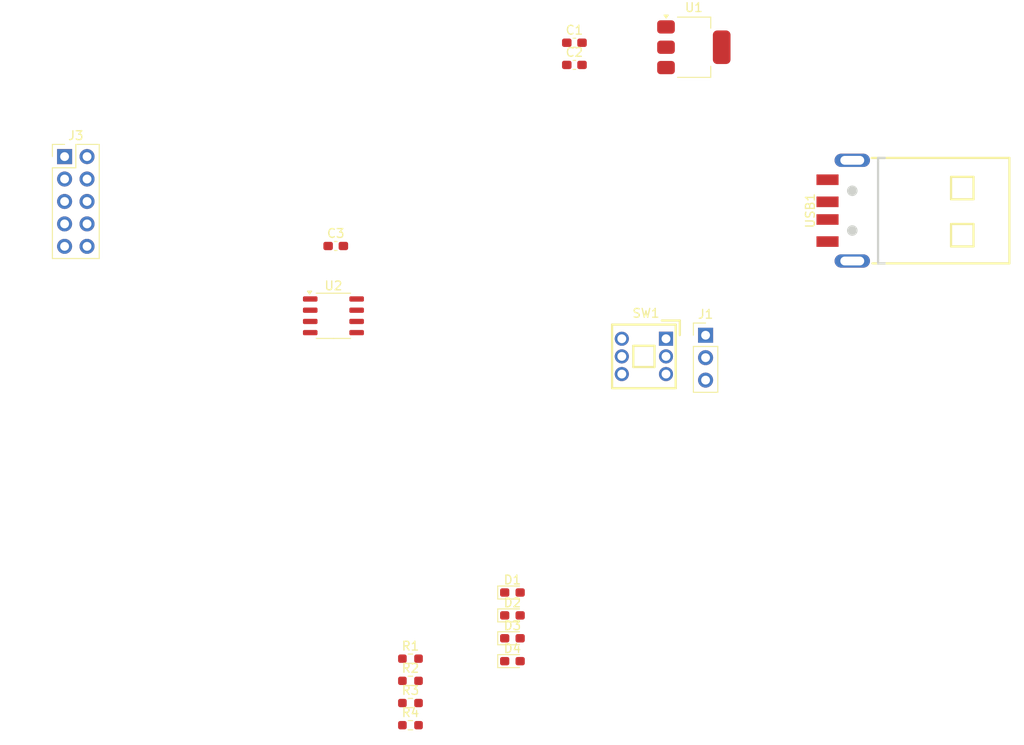
<source format=kicad_pcb>
(kicad_pcb (version 20241229) (generator "pcbnew") (generator_version "9.0")
  (layers (0 "F.Cu" signal) (2 "B.Cu" signal) (13 "F.Paste" user) (15 "B.Paste" user) (5 "F.SilkS" user "F.Silkscreen") (7 "B.SilkS" user "B.Silkscreen") (1 "F.Mask" user) (3 "B.Mask" user) (25 "Edge.Cuts" user))
  (net 0 "")
  (net 1 "GND")
  (net 2 "VBUS")
  (net 3 "/3.3V")
  (net 4 "Net-(U2-V3)")
  (net 5 "Net-(D1-A)")
  (net 6 "Net-(D2-A)")
  (net 7 "Net-(D3-A)")
  (net 8 "Net-(D4-A)")
  (net 9 "/SW_PWR")
  (net 10 "/UART_RX")
  (net 11 "/IO_CTRL")
  (net 12 "/UART_TX")
  (net 13 "/USB_D-")
  (net 15 "/USB_D+")
  (footprint "Diode_SMD:D_0603_1608Metric_Pad1.05x0.95mm_HandSolder" (layer "F.Cu") (at 153.625 149)
    (property "Reference" "D4" (at 0 -1.43 0) (layer "F.SilkS"))
    (property "Value" "GREEN")
    (fp_line (start -1.66 -0.735) (end -1.66 0.735) (stroke (width 0.12)) (layer "F.SilkS"))
    (fp_line (start -1.66 0.735) (end 0.8 0.735) (stroke (width 0.12)) (layer "F.SilkS"))
    (fp_line (start 0.8 -0.735) (end -1.66 -0.735) (stroke (width 0.12)) (layer "F.SilkS"))
    (pad "1" smd roundrect (at -0.875 0) (size 1.05 0.95) (layers "F.Cu" "F.Mask" "F.Paste") (net 1 "GND"))
    (pad "2" smd roundrect (at 0.875 0) (size 1.05 0.95) (layers "F.Cu" "F.Mask" "F.Paste") (net 8 "Net-(D4-A)"))
  )
  (footprint "Diode_SMD:D_0603_1608Metric_Pad1.05x0.95mm_HandSolder" (layer "F.Cu") (at 153.625 146.41)
    (property "Reference" "D3" (at 0 -1.43 0) (layer "F.SilkS"))
    (property "Value" "GREEN")
    (fp_line (start -1.66 -0.735) (end -1.66 0.735) (stroke (width 0.12)) (layer "F.SilkS"))
    (fp_line (start -1.66 0.735) (end 0.8 0.735) (stroke (width 0.12)) (layer "F.SilkS"))
    (fp_line (start 0.8 -0.735) (end -1.66 -0.735) (stroke (width 0.12)) (layer "F.SilkS"))
    (pad "1" smd roundrect (at -0.875 0) (size 1.05 0.95) (layers "F.Cu" "F.Mask" "F.Paste") (net 1 "GND"))
    (pad "2" smd roundrect (at 0.875 0) (size 1.05 0.95) (layers "F.Cu" "F.Mask" "F.Paste") (net 7 "Net-(D3-A)"))
  )
  (footprint "Capacitor_SMD:C_0603_1608Metric_Pad1.08x0.95mm_HandSolder" (layer "F.Cu") (at 133.6375 102)
    (property "Reference" "C3" (at 0 -1.43 0) (layer "F.SilkS"))
    (property "Value" "0.1uF")
    (fp_line (start -0.146267 -0.51) (end 0.146267 -0.51) (stroke (width 0.12)) (layer "F.SilkS"))
    (fp_line (start -0.146267 0.51) (end 0.146267 0.51) (stroke (width 0.12)) (layer "F.SilkS"))
    (pad "1" smd roundrect (at -0.8625 0) (size 1.075 0.95) (layers "F.Cu" "F.Mask" "F.Paste") (net 1 "GND"))
    (pad "2" smd roundrect (at 0.8625 0) (size 1.075 0.95) (layers "F.Cu" "F.Mask" "F.Paste") (net 4 "Net-(U2-V3)"))
  )
  (footprint "Resistor_SMD:R_0603_1608Metric_Pad0.98x0.95mm_HandSolder" (layer "F.Cu") (at 142.09 156.25)
    (property "Reference" "R4" (at 0 -1.43 0) (layer "F.SilkS"))
    (property "Value" "200")
    (fp_line (start -0.254724 -0.5225) (end 0.254724 -0.5225) (stroke (width 0.12)) (layer "F.SilkS"))
    (fp_line (start -0.254724 0.5225) (end 0.254724 0.5225) (stroke (width 0.12)) (layer "F.SilkS"))
    (pad "1" smd roundrect (at -0.9125 0) (size 0.975 0.95) (layers "F.Cu" "F.Mask" "F.Paste") (net 11 "/IO_CTRL"))
    (pad "2" smd roundrect (at 0.9125 0) (size 0.975 0.95) (layers "F.Cu" "F.Mask" "F.Paste") (net 8 "Net-(D4-A)"))
  )
  (footprint "Resistor_SMD:R_0603_1608Metric_Pad0.98x0.95mm_HandSolder" (layer "F.Cu") (at 142.09 148.72)
    (property "Reference" "R1" (at 0 -1.43 0) (layer "F.SilkS"))
    (property "Value" "200")
    (fp_line (start -0.254724 -0.5225) (end 0.254724 -0.5225) (stroke (width 0.12)) (layer "F.SilkS"))
    (fp_line (start -0.254724 0.5225) (end 0.254724 0.5225) (stroke (width 0.12)) (layer "F.SilkS"))
    (pad "1" smd roundrect (at -0.9125 0) (size 0.975 0.95) (layers "F.Cu" "F.Mask" "F.Paste") (net 2 "VBUS"))
    (pad "2" smd roundrect (at 0.9125 0) (size 0.975 0.95) (layers "F.Cu" "F.Mask" "F.Paste") (net 5 "Net-(D1-A)"))
  )
  (footprint "Package_TO_SOT_SMD:SOT-223-3_TabPin2" (layer "F.Cu") (at 174.15 79.5)
    (property "Reference" "U1" (at 0 -4.5 0) (layer "F.SilkS"))
    (property "Value" "AMS1117-3.3")
    (fp_line (start -1.85 -3.41) (end 1.91 -3.41) (stroke (width 0.12)) (layer "F.SilkS"))
    (fp_line (start -1.85 3.41) (end 1.91 3.41) (stroke (width 0.12)) (layer "F.SilkS"))
    (fp_line (start 1.91 -3.41) (end 1.91 -2.15) (stroke (width 0.12)) (layer "F.SilkS"))
    (fp_line (start 1.91 3.41) (end 1.91 2.15) (stroke (width 0.12)) (layer "F.SilkS"))
    (fp_poly (pts (xy -3.13 -3.31) (xy -3.37 -3.64) (xy -2.89 -3.64) (xy -3.13 -3.31)) (stroke (width 0.12)) (fill yes) (layer "F.SilkS"))
    (pad "1" smd roundrect (at -3.15 -2.3) (size 2 1.5) (layers "F.Cu" "F.Mask" "F.Paste") (net 1 "GND"))
    (pad "2" smd roundrect (at -3.15 0) (size 2 1.5) (layers "F.Cu" "F.Mask" "F.Paste") (net 3 "/3.3V"))
    (pad "2" smd roundrect (at 3.15 0) (size 2 3.8) (layers "F.Cu" "F.Mask" "F.Paste") (net 3 "/3.3V"))
    (pad "3" smd roundrect (at -3.15 2.3) (size 2 1.5) (layers "F.Cu" "F.Mask" "F.Paste") (net 2 "VBUS"))
  )
  (footprint "Connector_PinHeader_2.54mm:PinHeader_1x03_P2.54mm_Vertical" (layer "F.Cu") (at 175.478 112.104)
    (property "Reference" "J1" (at 0 -2.38 0) (layer "F.SilkS"))
    (property "Value" "Conn_01x03_Pin")
    (fp_line (start -1.38 -1.38) (end 0 -1.38) (stroke (width 0.12)) (layer "F.SilkS"))
    (fp_line (start -1.38 0) (end -1.38 -1.38) (stroke (width 0.12)) (layer "F.SilkS"))
    (fp_line (start -1.38 1.27) (end -1.38 6.46) (stroke (width 0.12)) (layer "F.SilkS"))
    (fp_line (start -1.38 1.27) (end 1.38 1.27) (stroke (width 0.12)) (layer "F.SilkS"))
    (fp_line (start -1.38 6.46) (end 1.38 6.46) (stroke (width 0.12)) (layer "F.SilkS"))
    (fp_line (start 1.38 1.27) (end 1.38 6.46) (stroke (width 0.12)) (layer "F.SilkS"))
    (pad "1" thru_hole rect (at 0 0) (size 1.7 1.7) (drill 1) (layers "*.Cu" "*.Mask") (net 3 "/3.3V"))
    (pad "2" thru_hole circle (at 0 2.54) (size 1.7 1.7) (drill 1) (layers "*.Cu" "*.Mask") (net 9 "/SW_PWR"))
    (pad "3" thru_hole circle (at 0 5.08) (size 1.7 1.7) (drill 1) (layers "*.Cu" "*.Mask") (net 2 "VBUS"))
  )
  (footprint "Capacitor_SMD:C_0603_1608Metric_Pad1.08x0.95mm_HandSolder" (layer "F.Cu") (at 160.6375 81.5)
    (property "Reference" "C2" (at 0 -1.43 0) (layer "F.SilkS"))
    (property "Value" "10uF")
    (fp_line (start -0.146267 -0.51) (end 0.146267 -0.51) (stroke (width 0.12)) (layer "F.SilkS"))
    (fp_line (start -0.146267 0.51) (end 0.146267 0.51) (stroke (width 0.12)) (layer "F.SilkS"))
    (pad "1" smd roundrect (at -0.8625 0) (size 1.075 0.95) (layers "F.Cu" "F.Mask" "F.Paste") (net 3 "/3.3V"))
    (pad "2" smd roundrect (at 0.8625 0) (size 1.075 0.95) (layers "F.Cu" "F.Mask" "F.Paste") (net 1 "GND"))
  )
  (footprint "Resistor_SMD:R_0603_1608Metric_Pad0.98x0.95mm_HandSolder" (layer "F.Cu") (at 142.09 153.74)
    (property "Reference" "R3" (at 0 -1.43 0) (layer "F.SilkS"))
    (property "Value" "200")
    (fp_line (start -0.254724 -0.5225) (end 0.254724 -0.5225) (stroke (width 0.12)) (layer "F.SilkS"))
    (fp_line (start -0.254724 0.5225) (end 0.254724 0.5225) (stroke (width 0.12)) (layer "F.SilkS"))
    (pad "1" smd roundrect (at -0.9125 0) (size 0.975 0.95) (layers "F.Cu" "F.Mask" "F.Paste") (net 10 "/UART_RX"))
    (pad "2" smd roundrect (at 0.9125 0) (size 0.975 0.95) (layers "F.Cu" "F.Mask" "F.Paste") (net 7 "Net-(D3-A)"))
  )
  (footprint "Capacitor_SMD:C_0603_1608Metric_Pad1.08x0.95mm_HandSolder" (layer "F.Cu") (at 160.6375 78.99)
    (property "Reference" "C1" (at 0 -1.43 0) (layer "F.SilkS"))
    (property "Value" "10uF")
    (fp_line (start -0.146267 -0.51) (end 0.146267 -0.51) (stroke (width 0.12)) (layer "F.SilkS"))
    (fp_line (start -0.146267 0.51) (end 0.146267 0.51) (stroke (width 0.12)) (layer "F.SilkS"))
    (pad "1" smd roundrect (at -0.8625 0) (size 1.075 0.95) (layers "F.Cu" "F.Mask" "F.Paste") (net 2 "VBUS"))
    (pad "2" smd roundrect (at 0.8625 0) (size 1.075 0.95) (layers "F.Cu" "F.Mask" "F.Paste") (net 1 "GND"))
  )
  (footprint "Resistor_SMD:R_0603_1608Metric_Pad0.98x0.95mm_HandSolder" (layer "F.Cu") (at 142.09 151.23)
    (property "Reference" "R2" (at 0 -1.43 0) (layer "F.SilkS"))
    (property "Value" "200")
    (fp_line (start -0.254724 -0.5225) (end 0.254724 -0.5225) (stroke (width 0.12)) (layer "F.SilkS"))
    (fp_line (start -0.254724 0.5225) (end 0.254724 0.5225) (stroke (width 0.12)) (layer "F.SilkS"))
    (pad "1" smd roundrect (at -0.9125 0) (size 0.975 0.95) (layers "F.Cu" "F.Mask" "F.Paste") (net 12 "/UART_TX"))
    (pad "2" smd roundrect (at 0.9125 0) (size 0.975 0.95) (layers "F.Cu" "F.Mask" "F.Paste") (net 6 "Net-(D2-A)"))
  )
  (footprint "Diode_SMD:D_0603_1608Metric_Pad1.05x0.95mm_HandSolder" (layer "F.Cu") (at 153.625 143.82)
    (property "Reference" "D2" (at 0 -1.43 0) (layer "F.SilkS"))
    (property "Value" "GREEN")
    (fp_line (start -1.66 -0.735) (end -1.66 0.735) (stroke (width 0.12)) (layer "F.SilkS"))
    (fp_line (start -1.66 0.735) (end 0.8 0.735) (stroke (width 0.12)) (layer "F.SilkS"))
    (fp_line (start 0.8 -0.735) (end -1.66 -0.735) (stroke (width 0.12)) (layer "F.SilkS"))
    (pad "1" smd roundrect (at -0.875 0) (size 1.05 0.95) (layers "F.Cu" "F.Mask" "F.Paste") (net 1 "GND"))
    (pad "2" smd roundrect (at 0.875 0) (size 1.05 0.95) (layers "F.Cu" "F.Mask" "F.Paste") (net 6 "Net-(D2-A)"))
  )
  (footprint "uart_tool:USB-A-SMD_U217-041N-4BV81" (layer "F.Cu") (at 190.673 98 90)
    (property "Reference" "USB1" (at 0 -3.35 90) (layer "F.SilkS"))
    (property "Value" "~")
    (fp_line (start -5.969 3.683) (end -5.969 19.177) (stroke (width 0.254)) (layer "F.SilkS"))
    (fp_line (start 3.825 12.576) (end 3.825 15.116) (stroke (width 0.254)) (layer "F.SilkS"))
    (fp_line (start 1.285 12.576) (end 3.825 12.576) (stroke (width 0.254)) (layer "F.SilkS"))
    (fp_line (start -1.509 12.576) (end -1.509 15.116) (stroke (width 0.254)) (layer "F.SilkS"))
    (fp_line (start -4.049 12.576) (end -1.509 12.576) (stroke (width 0.254)) (layer "F.SilkS"))
    (fp_line (start 3.825 15.116) (end 1.285 15.116) (stroke (width 0.254)) (layer "F.SilkS"))
    (fp_line (start 1.285 15.116) (end 1.285 12.576) (stroke (width 0.254)) (layer "F.SilkS"))
    (fp_line (start -1.509 15.116) (end -4.049 15.116) (stroke (width 0.254)) (layer "F.SilkS"))
    (fp_line (start -4.049 15.116) (end -4.049 12.576) (stroke (width 0.254)) (layer "F.SilkS"))
    (fp_line (start 5.969 19.177) (end 5.969 3.5935) (stroke (width 0.254)) (layer "F.SilkS"))
    (fp_line (start -5.969 19.177) (end 5.969 19.177) (stroke (width 0.254)) (layer "F.SilkS"))
    (fp_line (start 5.969 4.318) (end 5.969 5.08) (stroke (width 0.254)) (layer "Edge.Cuts"))
    (fp_line (start 5.588 4.318) (end 5.969 4.318) (stroke (width 0.254)) (layer "Edge.Cuts"))
    (fp_line (start -5.588 4.318) (end 5.588 4.318) (stroke (width 0.254)) (layer "Edge.Cuts"))
    (fp_line (start -5.969 4.318) (end -5.588 4.318) (stroke (width 0.254)) (layer "Edge.Cuts"))
    (fp_line (start -5.969 5.08) (end -5.969 4.318) (stroke (width 0.254)) (layer "Edge.Cuts"))
    (fp_poly (pts (xy 2.844867 1.321684) (xy 2.804328 1.17039) (xy 2.726012 1.034743) (xy 2.615257 0.923988) (xy 2.47961 0.845672) (xy 2.328316 0.805133) (xy 2.171684 0.805133) (xy 2.02039 0.845672) (xy 1.884743 0.923988) (xy 1.773988 1.034743) (xy 1.695672 1.17039) (xy 1.655133 1.321684) (xy 1.655133 1.478316) (xy 1.695672 1.62961) (xy 1.773988 1.765257) (xy 1.884743 1.876012) (xy 2.02039 1.954328) (xy 2.171684 1.994867) (xy 2.328316 1.994867) (xy 2.47961 1.954328) (xy 2.615257 1.876012) (xy 2.726012 1.765257) (xy 2.804328 1.62961) (xy 2.844867 1.478316)) (fill yes) (layer "Edge.Cuts"))
    (fp_poly (pts (xy -1.655133 1.321684) (xy -1.695672 1.17039) (xy -1.773988 1.034743) (xy -1.884743 0.923988) (xy -2.02039 0.845672) (xy -2.171684 0.805133) (xy -2.328316 0.805133) (xy -2.47961 0.845672) (xy -2.615257 0.923988) (xy -2.726012 1.034743) (xy -2.804328 1.17039) (xy -2.844867 1.321684) (xy -2.844867 1.478316) (xy -2.804328 1.62961) (xy -2.726012 1.765257) (xy -2.615257 1.876012) (xy -2.47961 1.954328) (xy -2.328316 1.994867) (xy -2.171684 1.994867) (xy -2.02039 1.954328) (xy -1.884743 1.876012) (xy -1.773988 1.765257) (xy -1.695672 1.62961) (xy -1.655133 1.478316)) (fill yes) (layer "Edge.Cuts"))
    (pad "1" smd rect (at 3.5 -1.4 90) (size 1.2 2.5) (layers "F.Cu" "F.Mask" "F.Paste") (net 2 "VBUS"))
    (pad "2" smd rect (at 1 -1.4 90) (size 1.2 2.5) (layers "F.Cu" "F.Mask" "F.Paste") (net 13 "/USB_D-"))
    (pad "3" smd rect (at -1 -1.4 90) (size 1.2 2.5) (layers "F.Cu" "F.Mask" "F.Paste") (net 15 "/USB_D+"))
    (pad "4" smd rect (at -3.5 -1.4 90) (size 1.2 2.5) (layers "F.Cu" "F.Mask" "F.Paste") (net 1 "GND"))
    (pad "5" thru_hole oval (at -5.7 1.4 90) (size 1.5 4) (drill oval 1 2.7) (layers "*.Cu" "*.Mask") (net 1 "GND"))
    (pad "6" thru_hole oval (at 5.7 1.4 90) (size 1.5 4) (drill oval 1 2.7) (layers "*.Cu" "*.Mask") (net 1 "GND"))
  )
  (footprint "uart_tool:SW-TH_6P-L7.0-W7.0-P2.00" (layer "F.Cu") (at 168.5 114.5)
    (property "Reference" "SW1" (at 0.232 -4.891 0) (layer "F.SilkS"))
    (property "Value" "~")
    (fp_line (start -3.6 -3.6) (end 3.6 -3.6) (stroke (width 0.254)) (layer "F.SilkS"))
    (fp_line (start -3.6 3.6) (end -3.6 -3.6) (stroke (width 0.254)) (layer "F.SilkS"))
    (fp_line (start -1.2 -1.2) (end 1.2 -1.2) (stroke (width 0.254)) (layer "F.SilkS"))
    (fp_line (start -1.2 1.2) (end -1.2 -1.2) (stroke (width 0.254)) (layer "F.SilkS"))
    (fp_line (start 1.2 -1.2) (end 1.2 1.2) (stroke (width 0.254)) (layer "F.SilkS"))
    (fp_line (start 1.2 1.2) (end -1.2 1.2) (stroke (width 0.254)) (layer "F.SilkS"))
    (fp_line (start 2.032 -4.064) (end 4.064 -4.064) (stroke (width 0.254)) (layer "F.SilkS"))
    (fp_line (start 3.6 -3.6) (end 3.6 3.6) (stroke (width 0.254)) (layer "F.SilkS"))
    (fp_line (start 3.6 3.6) (end -3.6 3.6) (stroke (width 0.254)) (layer "F.SilkS"))
    (fp_line (start 4.064 -4.064) (end 4.064 -2.413) (stroke (width 0.254)) (layer "F.SilkS"))
    (pad "1" thru_hole rect (at 2.4995 -2 90) (size 1.6 1.6) (drill 1) (layers "*.Cu" "*.Mask") (net 9 "/SW_PWR"))
    (pad "2" thru_hole circle (at 2.5 0 90) (size 1.6 1.6) (drill 1) (layers "*.Cu" "*.Mask") (net 11 "/IO_CTRL"))
    (pad "3" thru_hole circle (at 2.5 2 90) (size 1.6 1.6) (drill 1) (layers "*.Cu" "*.Mask") (net 1 "GND"))
    (pad "4" thru_hole circle (at -2.5 -2 90) (size 1.6 1.6) (drill 1) (layers "*.Cu" "*.Mask") (net 9 "/SW_PWR"))
    (pad "5" thru_hole circle (at -2.5 0 90) (size 1.6 1.6) (drill 1) (layers "*.Cu" "*.Mask") (net 11 "/IO_CTRL"))
    (pad "6" thru_hole circle (at -2.5 2 90) (size 1.6 1.6) (drill 1) (layers "*.Cu" "*.Mask") (net 1 "GND"))
  )
  (footprint "Package_SO:SOP-8_3.9x4.9mm_P1.27mm" (layer "F.Cu") (at 133.375 109.905)
    (property "Reference" "U2" (at 0 -3.4 0) (layer "F.SilkS"))
    (property "Value" "CH340N")
    (fp_line (start 0 -2.56) (end -1.95 -2.56) (stroke (width 0.12)) (layer "F.SilkS"))
    (fp_line (start 0 -2.56) (end 1.95 -2.56) (stroke (width 0.12)) (layer "F.SilkS"))
    (fp_line (start 0 2.56) (end -1.95 2.56) (stroke (width 0.12)) (layer "F.SilkS"))
    (fp_line (start 0 2.56) (end 1.95 2.56) (stroke (width 0.12)) (layer "F.SilkS"))
    (fp_poly (pts (xy -2.7 -2.465) (xy -2.94 -2.795) (xy -2.46 -2.795)) (stroke (width 0.12)) (fill yes) (layer "F.SilkS"))
    (pad "1" smd roundrect (at -2.625 -1.905) (size 1.65 0.6) (layers "F.Cu" "F.Mask" "F.Paste") (net 15 "/USB_D+"))
    (pad "2" smd roundrect (at -2.625 -0.635) (size 1.65 0.6) (layers "F.Cu" "F.Mask" "F.Paste") (net 13 "/USB_D-"))
    (pad "3" smd roundrect (at -2.625 0.635) (size 1.65 0.6) (layers "F.Cu" "F.Mask" "F.Paste") (net 1 "GND"))
    (pad "4" smd roundrect (at -2.625 1.905) (size 1.65 0.6) (layers "F.Cu" "F.Mask" "F.Paste"))
    (pad "5" smd roundrect (at 2.625 1.905) (size 1.65 0.6) (layers "F.Cu" "F.Mask" "F.Paste") (net 2 "VBUS"))
    (pad "6" smd roundrect (at 2.625 0.635) (size 1.65 0.6) (layers "F.Cu" "F.Mask" "F.Paste") (net 12 "/UART_TX"))
    (pad "7" smd roundrect (at 2.625 -0.635) (size 1.65 0.6) (layers "F.Cu" "F.Mask" "F.Paste") (net 10 "/UART_RX"))
    (pad "8" smd roundrect (at 2.625 -1.905) (size 1.65 0.6) (layers "F.Cu" "F.Mask" "F.Paste") (net 4 "Net-(U2-V3)"))
  )
  (footprint "Connector_PinHeader_2.54mm:PinHeader_2x05_P2.54mm_Vertical" (layer "F.Cu") (at 102.96 91.88)
    (property "Reference" "J3" (at 1.27 -2.38 0) (layer "F.SilkS"))
    (property "Value" "Conn_02x05_Odd_Even")
    (fp_line (start -1.38 -1.38) (end 0 -1.38) (stroke (width 0.12)) (layer "F.SilkS"))
    (fp_line (start -1.38 0) (end -1.38 -1.38) (stroke (width 0.12)) (layer "F.SilkS"))
    (fp_line (start -1.38 1.27) (end -1.38 11.54) (stroke (width 0.12)) (layer "F.SilkS"))
    (fp_line (start -1.38 1.27) (end 1.27 1.27) (stroke (width 0.12)) (layer "F.SilkS"))
    (fp_line (start -1.38 11.54) (end 3.92 11.54) (stroke (width 0.12)) (layer "F.SilkS"))
    (fp_line (start 1.27 -1.38) (end 3.92 -1.38) (stroke (width 0.12)) (layer "F.SilkS"))
    (fp_line (start 1.27 1.27) (end 1.27 -1.38) (stroke (width 0.12)) (layer "F.SilkS"))
    (fp_line (start 3.92 -1.38) (end 3.92 11.54) (stroke (width 0.12)) (layer "F.SilkS"))
    (pad "1" thru_hole rect (at 0 0) (size 1.7 1.7) (drill 1) (layers "*.Cu" "*.Mask") (net 2 "VBUS"))
    (pad "2" thru_hole circle (at 2.54 0) (size 1.7 1.7) (drill 1) (layers "*.Cu" "*.Mask") (net 2 "VBUS"))
    (pad "3" thru_hole circle (at 0 2.54) (size 1.7 1.7) (drill 1) (layers "*.Cu" "*.Mask") (net 3 "/3.3V"))
    (pad "4" thru_hole circle (at 2.54 2.54) (size 1.7 1.7) (drill 1) (layers "*.Cu" "*.Mask") (net 3 "/3.3V"))
    (pad "5" thru_hole circle (at 0 5.08) (size 1.7 1.7) (drill 1) (layers "*.Cu" "*.Mask") (net 12 "/UART_TX"))
    (pad "6" thru_hole circle (at 2.54 5.08) (size 1.7 1.7) (drill 1) (layers "*.Cu" "*.Mask") (net 10 "/UART_RX"))
    (pad "7" thru_hole circle (at 0 7.62) (size 1.7 1.7) (drill 1) (layers "*.Cu" "*.Mask") (net 1 "GND"))
    (pad "8" thru_hole circle (at 2.54 7.62) (size 1.7 1.7) (drill 1) (layers "*.Cu" "*.Mask") (net 11 "/IO_CTRL"))
    (pad "9" thru_hole circle (at 0 10.16) (size 1.7 1.7) (drill 1) (layers "*.Cu" "*.Mask") (net 1 "GND"))
    (pad "10" thru_hole circle (at 2.54 10.16) (size 1.7 1.7) (drill 1) (layers "*.Cu" "*.Mask") (net 1 "GND"))
  )
  (footprint "Diode_SMD:D_0603_1608Metric_Pad1.05x0.95mm_HandSolder" (layer "F.Cu") (at 153.625 141.23)
    (property "Reference" "D1" (at 0 -1.43 0) (layer "F.SilkS"))
    (property "Value" "RED")
    (fp_line (start -1.66 -0.735) (end -1.66 0.735) (stroke (width 0.12)) (layer "F.SilkS"))
    (fp_line (start -1.66 0.735) (end 0.8 0.735) (stroke (width 0.12)) (layer "F.SilkS"))
    (fp_line (start 0.8 -0.735) (end -1.66 -0.735) (stroke (width 0.12)) (layer "F.SilkS"))
    (pad "1" smd roundrect (at -0.875 0) (size 1.05 0.95) (layers "F.Cu" "F.Mask" "F.Paste") (net 1 "GND"))
    (pad "2" smd roundrect (at 0.875 0) (size 1.05 0.95) (layers "F.Cu" "F.Mask" "F.Paste") (net 5 "Net-(D1-A)"))
  )
)
</source>
